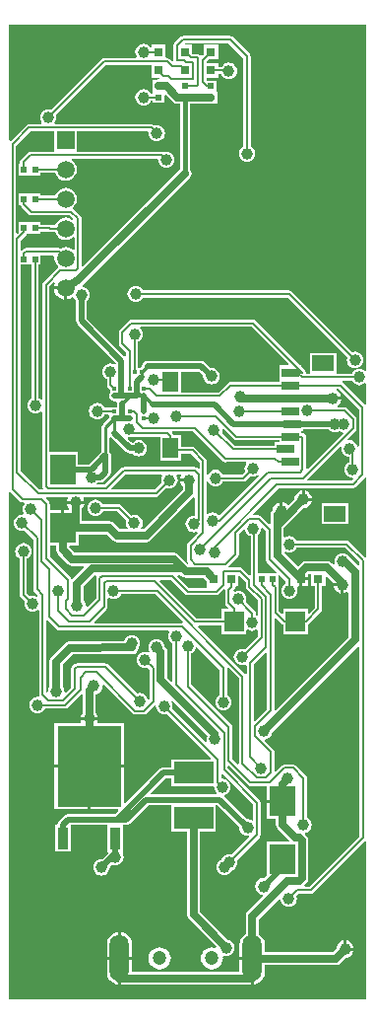
<source format=gbl>
G04 Layer_Physical_Order=2*
G04 Layer_Color=16711680*
%FSLAX24Y24*%
%MOIN*%
G70*
G01*
G75*
%ADD11R,0.0118X0.0118*%
%ADD15R,0.0118X0.0118*%
%ADD16R,0.0236X0.0197*%
%ADD23R,0.0197X0.0236*%
%ADD28C,0.0079*%
%ADD29C,0.0276*%
%ADD31C,0.0106*%
%ADD32C,0.0197*%
%ADD33C,0.0177*%
%ADD35C,0.0591*%
%ADD36R,0.0591X0.0591*%
%ADD37C,0.0472*%
%ADD38O,0.0650X0.1575*%
%ADD39C,0.0394*%
%ADD40R,0.0374X0.0748*%
%ADD41R,0.2165X0.2717*%
%ADD42R,0.0866X0.1024*%
%ADD43R,0.0315X0.0315*%
%ADD44R,0.0591X0.0315*%
%ADD45R,0.0748X0.0551*%
%ADD46R,0.0551X0.0709*%
%ADD47R,0.0669X0.0709*%
%ADD48R,0.1339X0.0748*%
G36*
X37343Y50522D02*
X37598D01*
X37602Y50517D01*
X37579Y50467D01*
X37494Y50450D01*
X37486Y50444D01*
X37361D01*
Y50259D01*
X37358Y50246D01*
X37361Y50233D01*
Y50048D01*
X37361D01*
X37382Y50030D01*
Y49973D01*
X37308D01*
X37301Y49991D01*
X37257Y50049D01*
X37199Y50093D01*
X37132Y50121D01*
X37060Y50130D01*
X36988Y50121D01*
X36921Y50093D01*
X36863Y50049D01*
X36819Y49991D01*
X36792Y49924D01*
X36782Y49852D01*
X36792Y49780D01*
X36819Y49713D01*
X36863Y49656D01*
X36921Y49612D01*
X36988Y49584D01*
X37060Y49574D01*
X37132Y49584D01*
X37199Y49612D01*
X37257Y49656D01*
X37301Y49713D01*
X37308Y49732D01*
X37382D01*
Y49675D01*
X37776D01*
Y49913D01*
X37822Y49932D01*
X38058Y49696D01*
X38129Y49648D01*
X38214Y49632D01*
X38304D01*
Y47427D01*
X35007Y44130D01*
X34960Y44149D01*
Y45760D01*
X34951Y45806D01*
X34925Y45845D01*
X34695Y46075D01*
X34683Y46083D01*
X34680Y46144D01*
X34686Y46149D01*
X34746Y46227D01*
X34784Y46318D01*
X34797Y46415D01*
X34784Y46513D01*
X34746Y46604D01*
X34686Y46682D01*
X34608Y46742D01*
X34517Y46780D01*
X34419Y46793D01*
X34322Y46780D01*
X34231Y46742D01*
X34153Y46682D01*
X34093Y46604D01*
X34064Y46536D01*
X33908D01*
X33908Y46536D01*
X33868Y46528D01*
X33573D01*
Y46604D01*
X33219D01*
X33219Y46604D01*
X33179D01*
Y46604D01*
X33168Y46604D01*
X32825D01*
Y46211D01*
X32887D01*
X32891Y46194D01*
X32917Y46155D01*
X33167Y45905D01*
X33167Y45905D01*
X33206Y45879D01*
X33252Y45870D01*
X34560D01*
X34680Y45750D01*
X34647Y45712D01*
X34608Y45742D01*
X34517Y45780D01*
X34419Y45793D01*
X34322Y45780D01*
X34231Y45742D01*
X34153Y45682D01*
X34093Y45604D01*
X34064Y45536D01*
X33949D01*
X33936Y45544D01*
X33890Y45553D01*
X33890Y45553D01*
X33573D01*
Y45630D01*
X33219D01*
Y45630D01*
X33179D01*
Y45630D01*
X32825D01*
Y45285D01*
X32787Y45247D01*
X32740Y45266D01*
Y48220D01*
X33230Y48710D01*
X34045D01*
Y48070D01*
X34045Y48041D01*
X34004Y48020D01*
X33222D01*
X33222Y48020D01*
X33176Y48011D01*
X33137Y47985D01*
X32917Y47765D01*
X32891Y47726D01*
X32882Y47680D01*
X32882Y47680D01*
Y47608D01*
X32825D01*
Y47215D01*
X33179D01*
Y47215D01*
X33219D01*
Y47215D01*
X33573D01*
Y47291D01*
X33900D01*
X33900Y47291D01*
X33920Y47295D01*
X34064D01*
X34093Y47227D01*
X34153Y47149D01*
X34231Y47089D01*
X34322Y47051D01*
X34419Y47038D01*
X34517Y47051D01*
X34608Y47089D01*
X34686Y47149D01*
X34746Y47227D01*
X34784Y47318D01*
X34797Y47415D01*
X34784Y47513D01*
X34746Y47604D01*
X34686Y47682D01*
X34624Y47730D01*
X34641Y47780D01*
X37519D01*
X37552Y47742D01*
X37552Y47740D01*
X37562Y47668D01*
X37589Y47601D01*
X37633Y47543D01*
X37691Y47499D01*
X37758Y47471D01*
X37830Y47462D01*
X37902Y47471D01*
X37969Y47499D01*
X38027Y47543D01*
X38071Y47601D01*
X38098Y47668D01*
X38108Y47740D01*
X38098Y47812D01*
X38071Y47879D01*
X38027Y47937D01*
X37969Y47981D01*
X37902Y48008D01*
X37830Y48018D01*
X37758Y48008D01*
X37735Y47999D01*
X37716Y48011D01*
X37670Y48020D01*
X37670Y48020D01*
X34835D01*
X34793Y48041D01*
X34793Y48070D01*
Y48710D01*
X37203D01*
X37236Y48672D01*
X37232Y48640D01*
X37241Y48568D01*
X37269Y48501D01*
X37313Y48443D01*
X37371Y48399D01*
X37438Y48372D01*
X37510Y48362D01*
X37582Y48372D01*
X37649Y48399D01*
X37707Y48443D01*
X37751Y48501D01*
X37778Y48568D01*
X37788Y48640D01*
X37778Y48712D01*
X37751Y48779D01*
X37707Y48837D01*
X37649Y48881D01*
X37582Y48909D01*
X37510Y48918D01*
X37438Y48909D01*
X37420Y48901D01*
X37405Y48915D01*
X37366Y48941D01*
X37320Y48950D01*
X37320Y48950D01*
X34072D01*
X34047Y49000D01*
X34071Y49031D01*
X34098Y49098D01*
X34108Y49170D01*
X34098Y49242D01*
X34091Y49261D01*
X35780Y50950D01*
X37343D01*
Y50522D01*
D02*
G37*
G36*
X44613Y49724D02*
Y40618D01*
X44579Y40602D01*
X44563Y40599D01*
X44509Y40641D01*
X44442Y40669D01*
X44370Y40678D01*
X44328Y40672D01*
X44315Y40721D01*
X44359Y40739D01*
X44417Y40783D01*
X44461Y40841D01*
X44489Y40908D01*
X44498Y40980D01*
X44489Y41052D01*
X44461Y41119D01*
X44417Y41177D01*
X44359Y41221D01*
X44292Y41248D01*
X44220Y41258D01*
X44148Y41248D01*
X44130Y41241D01*
X42075Y43295D01*
X42036Y43321D01*
X41990Y43330D01*
X41990Y43330D01*
X37040D01*
X37033Y43349D01*
X36989Y43407D01*
X36931Y43451D01*
X36864Y43478D01*
X36792Y43488D01*
X36720Y43478D01*
X36653Y43451D01*
X36595Y43407D01*
X36551Y43349D01*
X36523Y43282D01*
X36514Y43210D01*
X36523Y43138D01*
X36551Y43071D01*
X36595Y43013D01*
X36653Y42969D01*
X36720Y42941D01*
X36792Y42932D01*
X36864Y42941D01*
X36931Y42969D01*
X36989Y43013D01*
X37033Y43071D01*
X37040Y43090D01*
X41940D01*
X43959Y41070D01*
X43952Y41052D01*
X43942Y40980D01*
X43952Y40908D01*
X43979Y40841D01*
X44023Y40783D01*
X44081Y40739D01*
X44148Y40711D01*
X44220Y40702D01*
X44262Y40708D01*
X44275Y40659D01*
X44231Y40641D01*
X44173Y40597D01*
X44129Y40539D01*
X44122Y40520D01*
X43602D01*
Y41220D01*
X42697D01*
Y40520D01*
X42583D01*
X42555Y40555D01*
X42545Y40601D01*
X42519Y40640D01*
X42519Y40640D01*
X42402Y40758D01*
Y40791D01*
X42368D01*
X40854Y42306D01*
X40814Y42332D01*
X40768Y42341D01*
X40768Y42341D01*
X36640D01*
X36640Y42341D01*
X36594Y42332D01*
X36555Y42306D01*
X36555Y42306D01*
X36254Y42006D01*
X36228Y41967D01*
X36219Y41920D01*
X36219Y41920D01*
Y41525D01*
X36219Y41525D01*
X36228Y41479D01*
X36254Y41440D01*
X36464Y41230D01*
Y41119D01*
X36414Y41098D01*
X35141Y42372D01*
Y42971D01*
X35157Y42983D01*
X35201Y43041D01*
X35229Y43108D01*
X35238Y43180D01*
X35229Y43252D01*
X35201Y43319D01*
X35157Y43377D01*
X35099Y43421D01*
X35032Y43449D01*
X35008Y43452D01*
X34996Y43492D01*
X34996Y43504D01*
X35013Y43519D01*
X35036Y43535D01*
X38631Y47129D01*
X38678Y47201D01*
X38695Y47285D01*
X38678Y47370D01*
X38645Y47419D01*
Y49632D01*
X39350D01*
X39435Y49648D01*
X39443Y49654D01*
X39569D01*
Y49839D01*
X39571Y49852D01*
X39569Y49866D01*
Y50051D01*
X39569D01*
X39547Y50069D01*
Y50423D01*
X39193D01*
X39190Y50426D01*
Y50522D01*
X39587D01*
Y50637D01*
X39698D01*
X39709Y50611D01*
X39753Y50553D01*
X39811Y50509D01*
X39878Y50482D01*
X39950Y50472D01*
X40022Y50482D01*
X40089Y50509D01*
X40147Y50553D01*
X40191Y50611D01*
X40219Y50678D01*
X40228Y50750D01*
X40219Y50822D01*
X40191Y50889D01*
X40147Y50947D01*
X40089Y50991D01*
X40022Y51019D01*
X39950Y51028D01*
X39878Y51019D01*
X39811Y50991D01*
X39753Y50947D01*
X39709Y50889D01*
X39705Y50878D01*
X39587D01*
Y50994D01*
X39190D01*
Y51058D01*
X39284Y51152D01*
X39587D01*
Y51624D01*
X39114D01*
Y51322D01*
X39052Y51259D01*
X38989Y51267D01*
X38983Y51276D01*
X38944Y51302D01*
X38898Y51311D01*
X38711D01*
X38701Y51322D01*
Y51624D01*
X38490D01*
X38465Y51674D01*
X38476Y51690D01*
X39950D01*
X40450Y51190D01*
Y48201D01*
X40431Y48193D01*
X40373Y48149D01*
X40329Y48091D01*
X40301Y48024D01*
X40292Y47952D01*
X40301Y47880D01*
X40329Y47813D01*
X40373Y47756D01*
X40431Y47711D01*
X40498Y47684D01*
X40570Y47674D01*
X40642Y47684D01*
X40709Y47711D01*
X40767Y47756D01*
X40811Y47813D01*
X40838Y47880D01*
X40848Y47952D01*
X40838Y48024D01*
X40811Y48091D01*
X40767Y48149D01*
X40709Y48193D01*
X40690Y48201D01*
Y51240D01*
X40690Y51240D01*
X40681Y51286D01*
X40655Y51325D01*
X40655Y51325D01*
X40085Y51895D01*
X40046Y51921D01*
X40000Y51930D01*
X40000Y51930D01*
X38400D01*
X38400Y51930D01*
X38354Y51921D01*
X38315Y51895D01*
X38315Y51895D01*
X38104Y51684D01*
X38078Y51645D01*
X38069Y51599D01*
X38069Y51599D01*
Y51110D01*
X38072Y51094D01*
X38026Y51069D01*
X37940Y51155D01*
X37901Y51181D01*
X37855Y51190D01*
X37815Y51219D01*
Y51624D01*
X37343D01*
Y51550D01*
X37339Y51549D01*
X37293Y51537D01*
X37257Y51584D01*
X37199Y51629D01*
X37132Y51656D01*
X37060Y51666D01*
X36988Y51656D01*
X36921Y51629D01*
X36863Y51584D01*
X36819Y51527D01*
X36792Y51460D01*
X36782Y51388D01*
X36792Y51316D01*
X36819Y51249D01*
X36826Y51240D01*
X36801Y51190D01*
X35730D01*
X35730Y51190D01*
X35684Y51181D01*
X35645Y51155D01*
X35645Y51155D01*
X33921Y49431D01*
X33902Y49439D01*
X33830Y49448D01*
X33758Y49439D01*
X33691Y49411D01*
X33633Y49367D01*
X33589Y49309D01*
X33561Y49242D01*
X33552Y49170D01*
X33561Y49098D01*
X33589Y49031D01*
X33613Y49000D01*
X33588Y48950D01*
X33180D01*
X33180Y48950D01*
X33134Y48941D01*
X33095Y48915D01*
X33095Y48915D01*
X32553Y48374D01*
X32503Y48394D01*
Y52310D01*
X44613D01*
Y49724D01*
D02*
G37*
G36*
X33862Y45304D02*
X33908Y45295D01*
X33908Y45295D01*
X34064D01*
X34093Y45227D01*
X34153Y45149D01*
X34231Y45089D01*
X34322Y45051D01*
X34419Y45038D01*
X34517Y45051D01*
X34608Y45089D01*
X34670Y45136D01*
X34720Y45114D01*
Y44716D01*
X34670Y44695D01*
X34608Y44742D01*
X34517Y44780D01*
X34419Y44793D01*
X34322Y44780D01*
X34245Y44748D01*
X34241Y44751D01*
X34195Y44760D01*
X34195Y44760D01*
X33082D01*
X33036Y44751D01*
X32997Y44725D01*
X32950Y44679D01*
X32900Y44699D01*
Y45020D01*
X33087Y45207D01*
X33107Y45236D01*
X33179D01*
Y45236D01*
X33219D01*
Y45236D01*
X33573D01*
Y45313D01*
X33849D01*
X33862Y45304D01*
D02*
G37*
G36*
X33275Y39688D02*
X33257Y39680D01*
X33199Y39636D01*
X33155Y39578D01*
X33127Y39511D01*
X33118Y39439D01*
X33127Y39367D01*
X33155Y39300D01*
X33199Y39243D01*
X33257Y39198D01*
X33324Y39171D01*
X33396Y39161D01*
X33468Y39171D01*
X33535Y39198D01*
X33590Y39241D01*
X33602Y39239D01*
X33640Y39222D01*
Y36720D01*
X33640Y36720D01*
X33649Y36674D01*
X33669Y36644D01*
X33652Y36594D01*
X33546D01*
X32900Y37240D01*
Y44193D01*
X33179D01*
Y44193D01*
X33219D01*
Y44193D01*
X33275D01*
Y39688D01*
D02*
G37*
G36*
X34059Y43578D02*
X34034Y43519D01*
X34027Y43465D01*
X34419D01*
Y43415D01*
X34469D01*
Y43023D01*
X34522Y43030D01*
X34619Y43070D01*
X34645Y43091D01*
X34706Y43074D01*
X34719Y43041D01*
X34763Y42983D01*
X34779Y42971D01*
Y42297D01*
X34793Y42228D01*
X34832Y42169D01*
X36121Y40881D01*
X36117Y40854D01*
X36104Y40843D01*
X36066Y40826D01*
X36012Y40848D01*
X35940Y40858D01*
X35868Y40848D01*
X35801Y40821D01*
X35743Y40777D01*
X35699Y40719D01*
X35672Y40652D01*
X35662Y40580D01*
X35672Y40508D01*
X35699Y40441D01*
X35743Y40383D01*
X35801Y40339D01*
X35820Y40332D01*
Y40133D01*
X35820Y40133D01*
X35829Y40087D01*
X35855Y40048D01*
X35935Y39967D01*
Y39876D01*
X35906Y39833D01*
X35892Y39764D01*
X35906Y39695D01*
X35935Y39651D01*
Y39626D01*
X35960D01*
X36004Y39597D01*
X36073Y39583D01*
X36133D01*
X36164Y39544D01*
X36159Y39519D01*
Y39390D01*
X35935D01*
Y39372D01*
X35738D01*
X35731Y39391D01*
X35687Y39449D01*
X35629Y39493D01*
X35562Y39520D01*
X35490Y39530D01*
X35418Y39520D01*
X35351Y39493D01*
X35293Y39449D01*
X35249Y39391D01*
X35222Y39324D01*
X35212Y39252D01*
X35222Y39180D01*
X35249Y39113D01*
X35293Y39055D01*
X35351Y39011D01*
X35418Y38983D01*
X35490Y38974D01*
X35562Y38983D01*
X35629Y39011D01*
X35687Y39055D01*
X35731Y39113D01*
X35738Y39132D01*
X35877D01*
X35905Y39086D01*
X35905Y39082D01*
X35895Y39028D01*
X35685Y38818D01*
X35656Y38774D01*
X35646Y38723D01*
Y37881D01*
X35219Y37454D01*
X34833D01*
Y37864D01*
X33880D01*
Y43470D01*
X34016Y43606D01*
X34059Y43578D01*
D02*
G37*
G36*
X41981Y40838D02*
X41962Y40791D01*
X41654D01*
Y40242D01*
X40002D01*
X40002Y40242D01*
X39956Y40233D01*
X39917Y40207D01*
X39590Y39880D01*
X38327D01*
Y40589D01*
X38941D01*
X39085Y40446D01*
X39082Y40426D01*
X39091Y40354D01*
X39119Y40287D01*
X39163Y40229D01*
X39221Y40185D01*
X39288Y40157D01*
X39360Y40148D01*
X39432Y40157D01*
X39499Y40185D01*
X39557Y40229D01*
X39601Y40287D01*
X39629Y40354D01*
X39638Y40426D01*
X39629Y40498D01*
X39601Y40565D01*
X39557Y40622D01*
X39499Y40667D01*
X39432Y40694D01*
X39360Y40704D01*
X39340Y40701D01*
X39144Y40898D01*
X39085Y40937D01*
X39016Y40951D01*
X37187D01*
X37118Y40937D01*
X37060Y40898D01*
X37020Y40839D01*
X37009Y40782D01*
X36946Y40718D01*
X36882D01*
Y41592D01*
X36901Y41599D01*
X36958Y41643D01*
X37003Y41701D01*
X37030Y41768D01*
X37040Y41840D01*
X37030Y41912D01*
X37003Y41979D01*
X36958Y42037D01*
X36940Y42050D01*
X36957Y42100D01*
X40719D01*
X41981Y40838D01*
D02*
G37*
G36*
X34049Y44470D02*
X34042Y44415D01*
X34055Y44318D01*
X34093Y44227D01*
X34153Y44149D01*
X34156Y44146D01*
X34155Y44085D01*
X34154Y44084D01*
X33675Y43605D01*
X33649Y43566D01*
X33640Y43520D01*
X33640Y43520D01*
Y39656D01*
X33602Y39640D01*
X33590Y39638D01*
X33535Y39680D01*
X33516Y39688D01*
Y44193D01*
X33573D01*
Y44520D01*
X34005D01*
X34049Y44470D01*
D02*
G37*
G36*
X44129Y40261D02*
X44173Y40203D01*
X44231Y40159D01*
X44298Y40132D01*
X44370Y40122D01*
X44442Y40132D01*
X44509Y40159D01*
X44563Y40201D01*
X44579Y40198D01*
X44613Y40182D01*
Y39474D01*
X44573Y39458D01*
X44563Y39457D01*
X43813Y40207D01*
X43809Y40270D01*
X43816Y40280D01*
X44122D01*
X44129Y40261D01*
D02*
G37*
G36*
X36720Y38380D02*
X36720Y38380D01*
X37618D01*
Y37559D01*
X38327D01*
Y37810D01*
X38670D01*
X38960Y37520D01*
Y37316D01*
X38913Y37297D01*
X38885Y37325D01*
X38846Y37351D01*
X38800Y37360D01*
X38800Y37360D01*
X36400D01*
X36354Y37351D01*
X36315Y37325D01*
X35750Y36760D01*
X35497D01*
X35479Y36807D01*
X35506Y36839D01*
X35610D01*
X35679Y36853D01*
X35738Y36892D01*
X35908Y37062D01*
X35947Y37121D01*
X35961Y37190D01*
Y37760D01*
X35947Y37829D01*
X35914Y37878D01*
Y38348D01*
X35964Y38368D01*
X36467Y37866D01*
X36526Y37826D01*
X36595Y37813D01*
X36691D01*
X36703Y37797D01*
X36761Y37753D01*
X36828Y37725D01*
X36900Y37715D01*
X36972Y37725D01*
X37039Y37753D01*
X37097Y37797D01*
X37141Y37854D01*
X37169Y37921D01*
X37178Y37993D01*
X37169Y38065D01*
X37141Y38132D01*
X37097Y38190D01*
X37039Y38234D01*
X36972Y38262D01*
X36900Y38271D01*
X36828Y38262D01*
X36761Y38234D01*
X36703Y38190D01*
X36649Y38195D01*
X36525Y38319D01*
X36548Y38366D01*
X36580Y38362D01*
X36652Y38372D01*
X36687Y38386D01*
X36720Y38380D01*
D02*
G37*
G36*
X40120Y38305D02*
X40159Y38279D01*
X40205Y38269D01*
X40205Y38269D01*
X41654D01*
Y38193D01*
X41496D01*
Y38077D01*
X40153D01*
X39711Y38519D01*
X39718Y38538D01*
X39728Y38610D01*
X39726Y38628D01*
X39773Y38651D01*
X40120Y38305D01*
D02*
G37*
G36*
X44360Y39320D02*
Y38057D01*
X44310Y38054D01*
X44309Y38062D01*
X44281Y38129D01*
X44237Y38187D01*
X44179Y38231D01*
X44112Y38259D01*
X44040Y38268D01*
X44004Y38263D01*
X43981Y38311D01*
X44245Y38575D01*
X44271Y38614D01*
X44280Y38660D01*
X44280Y38660D01*
Y38980D01*
X44280Y38980D01*
X44271Y39026D01*
X44245Y39065D01*
X43955Y39355D01*
X43916Y39381D01*
X43870Y39390D01*
X43870Y39390D01*
X43641D01*
X43624Y39440D01*
X43672Y39477D01*
X43719Y39539D01*
X43749Y39611D01*
X43753Y39639D01*
X43460D01*
Y39739D01*
X43753D01*
X43749Y39766D01*
X43719Y39839D01*
X43672Y39901D01*
X43610Y39948D01*
X43602Y39952D01*
X43612Y40002D01*
X43678D01*
X44360Y39320D01*
D02*
G37*
G36*
X43348Y38626D02*
X43406Y38582D01*
X43473Y38554D01*
X43545Y38545D01*
X43617Y38554D01*
X43684Y38582D01*
X43692Y38588D01*
X43700Y38582D01*
X43767Y38554D01*
X43808Y38549D01*
X43826Y38496D01*
X42620Y37291D01*
X42570Y37311D01*
Y38390D01*
X42561Y38436D01*
X42535Y38475D01*
X42496Y38501D01*
X42450Y38510D01*
X42402D01*
Y38587D01*
X42480D01*
Y38642D01*
X43336D01*
X43348Y38626D01*
D02*
G37*
G36*
X39752Y37552D02*
X39791Y37526D01*
X39837Y37517D01*
X39884Y37526D01*
X39889Y37530D01*
X40518D01*
X40543Y37480D01*
X40519Y37449D01*
X40491Y37382D01*
X40482Y37310D01*
X40491Y37238D01*
X40499Y37220D01*
X40390Y37110D01*
X39748D01*
X39741Y37129D01*
X39697Y37187D01*
X39639Y37231D01*
X39572Y37259D01*
X39500Y37268D01*
X39428Y37259D01*
X39361Y37231D01*
X39303Y37187D01*
X39259Y37129D01*
X39250Y37108D01*
X39200Y37118D01*
Y37570D01*
X39200Y37570D01*
X39191Y37616D01*
X39165Y37655D01*
X38805Y38015D01*
X38766Y38041D01*
X38720Y38050D01*
X38720Y38050D01*
X38327D01*
Y38425D01*
X38088D01*
X38084Y38446D01*
X38058Y38485D01*
X38058Y38485D01*
X38027Y38516D01*
X38046Y38562D01*
X38743D01*
X39752Y37552D01*
D02*
G37*
G36*
X40972Y37062D02*
X39649Y35740D01*
X39599Y35743D01*
X39597Y35747D01*
X39539Y35791D01*
X39472Y35819D01*
X39400Y35828D01*
X39328Y35819D01*
X39261Y35791D01*
X39250Y35783D01*
X39200Y35807D01*
Y36862D01*
X39250Y36872D01*
X39259Y36851D01*
X39303Y36793D01*
X39361Y36749D01*
X39428Y36721D01*
X39500Y36712D01*
X39572Y36721D01*
X39639Y36749D01*
X39697Y36793D01*
X39741Y36851D01*
X39748Y36870D01*
X40440D01*
X40440Y36870D01*
X40486Y36879D01*
X40525Y36905D01*
X40669Y37049D01*
X40688Y37041D01*
X40760Y37032D01*
X40832Y37041D01*
X40899Y37069D01*
X40938Y37100D01*
X40972Y37062D01*
D02*
G37*
G36*
X43767Y38026D02*
X43762Y37990D01*
X43772Y37918D01*
X43799Y37851D01*
X43843Y37793D01*
X43901Y37749D01*
X43968Y37722D01*
X44020Y37715D01*
Y37528D01*
X44001Y37521D01*
X43943Y37477D01*
X43899Y37419D01*
X43871Y37352D01*
X43862Y37280D01*
X43871Y37208D01*
X43899Y37141D01*
X43943Y37083D01*
X44001Y37039D01*
X44068Y37011D01*
X44140Y37002D01*
X44147Y37003D01*
X44170Y36956D01*
X44110Y36896D01*
X42631D01*
X42612Y36942D01*
X43719Y38049D01*
X43767Y38026D01*
D02*
G37*
G36*
X44573Y37007D02*
X44613Y36991D01*
Y34326D01*
X44611Y34324D01*
X44563Y34307D01*
X44035Y34835D01*
X43996Y34861D01*
X43950Y34870D01*
X43950Y34870D01*
X42248D01*
X42241Y34889D01*
X42197Y34947D01*
X42139Y34991D01*
X42072Y35018D01*
X42000Y35028D01*
X41928Y35018D01*
X41861Y34991D01*
X41852Y34984D01*
X41807Y35006D01*
Y35295D01*
X42485Y35973D01*
X42547Y35981D01*
X42620Y36011D01*
X42682Y36058D01*
X42729Y36120D01*
X42759Y36193D01*
X42763Y36220D01*
X42470D01*
Y36270D01*
X42420D01*
Y36563D01*
X42393Y36559D01*
X42320Y36529D01*
X42258Y36482D01*
X42211Y36420D01*
X42181Y36347D01*
X42173Y36285D01*
X41977Y36089D01*
X41942Y36092D01*
X41880Y36139D01*
X41807Y36169D01*
X41780Y36173D01*
Y35880D01*
X41680D01*
Y36173D01*
X41653Y36169D01*
X41580Y36139D01*
X41518Y36092D01*
X41471Y36030D01*
X41441Y35957D01*
X41433Y35895D01*
X41430Y35893D01*
X41383Y35821D01*
X41366Y35737D01*
Y35445D01*
X41316Y35424D01*
X41045Y35695D01*
X41006Y35721D01*
X40960Y35730D01*
X40960Y35730D01*
X40771D01*
X40752Y35777D01*
X41630Y36655D01*
X44160D01*
X44160Y36655D01*
X44206Y36664D01*
X44245Y36690D01*
X44563Y37008D01*
X44573Y37007D01*
D02*
G37*
G36*
X38349Y37075D02*
X38345Y37070D01*
X38315Y36997D01*
X38312Y36970D01*
X38605D01*
Y36870D01*
X38312D01*
X38315Y36843D01*
X38345Y36770D01*
X38384Y36720D01*
Y36585D01*
X37063Y35263D01*
X37003D01*
X36981Y35308D01*
X36991Y35321D01*
X37018Y35388D01*
X37028Y35460D01*
X37018Y35532D01*
X36991Y35599D01*
X36947Y35657D01*
X36889Y35701D01*
X36822Y35728D01*
X36750Y35738D01*
X36678Y35728D01*
X36660Y35721D01*
X36315Y36065D01*
X36276Y36091D01*
X36230Y36100D01*
X36230Y36100D01*
X35688D01*
X35681Y36119D01*
X35637Y36177D01*
X35579Y36221D01*
X35512Y36249D01*
X35440Y36258D01*
X35368Y36249D01*
X35301Y36221D01*
X35243Y36177D01*
X35199Y36119D01*
X35171Y36052D01*
X35162Y35980D01*
X35171Y35908D01*
X35199Y35841D01*
X35243Y35783D01*
X35301Y35739D01*
X35368Y35712D01*
X35440Y35702D01*
X35512Y35712D01*
X35579Y35739D01*
X35637Y35783D01*
X35681Y35841D01*
X35688Y35860D01*
X36180D01*
X36489Y35550D01*
X36481Y35532D01*
X36472Y35460D01*
X36481Y35388D01*
X36509Y35321D01*
X36519Y35308D01*
X36497Y35263D01*
X36267D01*
X36069Y35461D01*
X35997Y35509D01*
X35913Y35526D01*
X34981D01*
Y35959D01*
X35019Y36009D01*
X35049Y36081D01*
X35053Y36109D01*
X34467D01*
X34471Y36081D01*
X34501Y36009D01*
X34533Y35967D01*
X34520Y35917D01*
X34371D01*
Y35305D01*
X34271D01*
Y35917D01*
X33890D01*
Y36110D01*
X33881Y36156D01*
X33855Y36195D01*
X33855Y36195D01*
X33743Y36307D01*
X33762Y36353D01*
X34479D01*
X34485Y36341D01*
X34499Y36303D01*
X34471Y36236D01*
X34467Y36209D01*
X35053D01*
X35049Y36236D01*
X35021Y36303D01*
X35035Y36341D01*
X35041Y36353D01*
X37494D01*
X37494Y36353D01*
X37540Y36363D01*
X37579Y36389D01*
X37850Y36659D01*
X37868Y36651D01*
X37940Y36642D01*
X38012Y36651D01*
X38079Y36679D01*
X38137Y36723D01*
X38181Y36781D01*
X38208Y36848D01*
X38218Y36920D01*
X38208Y36992D01*
X38181Y37059D01*
X38173Y37070D01*
X38197Y37120D01*
X38327D01*
X38349Y37075D01*
D02*
G37*
G36*
X37707Y37070D02*
X37699Y37059D01*
X37671Y36992D01*
X37662Y36920D01*
X37671Y36848D01*
X37679Y36830D01*
X37444Y36594D01*
X35990D01*
X35971Y36640D01*
X36450Y37120D01*
X37683D01*
X37707Y37070D01*
D02*
G37*
G36*
X32875Y36195D02*
X32875Y36195D01*
X32914Y36169D01*
X32960Y36160D01*
X32960Y36160D01*
X32998D01*
X33023Y36110D01*
X32999Y36079D01*
X32971Y36012D01*
X32962Y35940D01*
X32971Y35868D01*
X32999Y35801D01*
X33007Y35791D01*
X32980Y35744D01*
X32950Y35748D01*
X32878Y35738D01*
X32811Y35711D01*
X32753Y35667D01*
X32709Y35609D01*
X32682Y35542D01*
X32672Y35470D01*
X32682Y35398D01*
X32709Y35331D01*
X32753Y35273D01*
X32811Y35229D01*
X32878Y35201D01*
X32950Y35192D01*
X33022Y35201D01*
X33040Y35209D01*
X33334Y34915D01*
Y33225D01*
X33334Y33225D01*
X33343Y33179D01*
X33370Y33140D01*
X33497Y33012D01*
X33495Y33001D01*
X33441Y32980D01*
X33439Y32981D01*
X33372Y33008D01*
X33300Y33018D01*
X33228Y33008D01*
X33210Y33001D01*
X33110Y33100D01*
Y34267D01*
X33129Y34275D01*
X33187Y34319D01*
X33231Y34377D01*
X33259Y34444D01*
X33268Y34516D01*
X33259Y34588D01*
X33231Y34655D01*
X33187Y34712D01*
X33129Y34756D01*
X33062Y34784D01*
X32990Y34794D01*
X32918Y34784D01*
X32851Y34756D01*
X32793Y34712D01*
X32749Y34655D01*
X32722Y34588D01*
X32712Y34516D01*
X32722Y34444D01*
X32749Y34377D01*
X32793Y34319D01*
X32851Y34275D01*
X32870Y34267D01*
Y33050D01*
X32870Y33050D01*
X32879Y33004D01*
X32905Y32965D01*
X33039Y32831D01*
X33031Y32812D01*
X33022Y32740D01*
X33031Y32668D01*
X33059Y32601D01*
X33103Y32543D01*
X33161Y32499D01*
X33228Y32471D01*
X33300Y32462D01*
X33372Y32471D01*
X33439Y32499D01*
X33480Y32530D01*
X33530Y32508D01*
Y29660D01*
X33530Y29660D01*
X33534Y29638D01*
X33499Y29594D01*
X33496Y29592D01*
X33472Y29596D01*
X33400Y29586D01*
X33333Y29558D01*
X33276Y29514D01*
X33232Y29457D01*
X33204Y29390D01*
X33194Y29318D01*
X33204Y29246D01*
X33232Y29179D01*
X33276Y29121D01*
X33333Y29077D01*
X33400Y29049D01*
X33472Y29040D01*
X33544Y29049D01*
X33611Y29077D01*
X33669Y29121D01*
X33713Y29179D01*
X33721Y29197D01*
X34408D01*
X34408Y29197D01*
X34454Y29206D01*
X34493Y29232D01*
X34950Y29689D01*
X34996Y29670D01*
Y29055D01*
X34961Y29010D01*
X34931Y28937D01*
X34927Y28910D01*
X35513D01*
X35509Y28937D01*
X35479Y29010D01*
X35437Y29064D01*
Y29676D01*
X35454Y29678D01*
X35526Y29708D01*
X35588Y29756D01*
X35636Y29818D01*
X35666Y29890D01*
X35676Y29968D01*
X35676Y29968D01*
X35723Y29991D01*
X36680Y29035D01*
X36680Y29035D01*
X36719Y29009D01*
X36765Y29000D01*
X37073D01*
X37073Y29000D01*
X37119Y29009D01*
X37158Y29035D01*
X37434Y29311D01*
X37477Y29292D01*
X37482Y29288D01*
X37492Y29218D01*
X37519Y29151D01*
X37563Y29093D01*
X37621Y29049D01*
X37688Y29021D01*
X37760Y29012D01*
X37832Y29021D01*
X37850Y29029D01*
X39344Y27536D01*
X39325Y27490D01*
X38012D01*
Y27218D01*
X37747D01*
X37678Y27204D01*
X37619Y27165D01*
X36445Y25991D01*
X36399Y26010D01*
Y27204D01*
X35267D01*
Y25796D01*
X36185D01*
X36204Y25749D01*
X36085Y25631D01*
X34489D01*
X34420Y25617D01*
X34361Y25578D01*
X34191Y25408D01*
X34152Y25349D01*
X34138Y25280D01*
Y25266D01*
X34053D01*
Y24360D01*
X34585D01*
Y25266D01*
X34633Y25269D01*
X35800D01*
X35848Y25266D01*
X35848Y25219D01*
Y24360D01*
X35848D01*
X35862Y24310D01*
X35859Y24305D01*
X35660Y24105D01*
X35640Y24108D01*
X35568Y24098D01*
X35501Y24070D01*
X35443Y24026D01*
X35399Y23969D01*
X35371Y23902D01*
X35362Y23830D01*
X35371Y23758D01*
X35399Y23691D01*
X35443Y23633D01*
X35501Y23589D01*
X35568Y23561D01*
X35640Y23552D01*
X35712Y23561D01*
X35779Y23589D01*
X35836Y23633D01*
X35880Y23691D01*
X35908Y23758D01*
X35918Y23830D01*
X35915Y23850D01*
X36002Y23936D01*
X36038Y23921D01*
X36110Y23912D01*
X36182Y23921D01*
X36249Y23949D01*
X36307Y23993D01*
X36351Y24051D01*
X36379Y24118D01*
X36388Y24190D01*
X36379Y24262D01*
X36358Y24310D01*
X36380Y24360D01*
X36380D01*
Y25219D01*
X36380Y25266D01*
X36428Y25269D01*
X36480D01*
X36549Y25283D01*
X36608Y25322D01*
X37225Y25939D01*
X38012D01*
Y25049D01*
X38539D01*
Y22232D01*
X38556Y22148D01*
X38604Y22076D01*
X39522Y21158D01*
X39493Y21116D01*
X39478Y21122D01*
X39380Y21135D01*
X39282Y21122D01*
X39191Y21085D01*
X39113Y21025D01*
X39053Y20947D01*
X39016Y20856D01*
X39003Y20758D01*
X39016Y20660D01*
X39053Y20569D01*
X39113Y20491D01*
X39191Y20431D01*
X39282Y20393D01*
X39380Y20381D01*
X39478Y20393D01*
X39569Y20431D01*
X39647Y20491D01*
X39707Y20569D01*
X39744Y20660D01*
X39757Y20758D01*
X39749Y20818D01*
X39795Y20854D01*
X39800Y20852D01*
X39872Y20842D01*
X39944Y20852D01*
X40011Y20879D01*
X40069Y20923D01*
X40113Y20981D01*
X40141Y21048D01*
X40150Y21120D01*
X40141Y21192D01*
X40113Y21259D01*
X40069Y21317D01*
X40011Y21361D01*
X39944Y21388D01*
X39911Y21393D01*
X38980Y22324D01*
Y25049D01*
X39508D01*
Y25939D01*
X39575D01*
X40309Y25206D01*
X40306Y25186D01*
X40316Y25114D01*
X40344Y25047D01*
X40388Y24989D01*
X40445Y24945D01*
X40512Y24917D01*
X40584Y24908D01*
X40633Y24914D01*
X40656Y24867D01*
X40047Y24257D01*
X40028Y24265D01*
X39956Y24274D01*
X39884Y24265D01*
X39817Y24237D01*
X39760Y24193D01*
X39715Y24135D01*
X39699Y24097D01*
X39661Y24081D01*
X39603Y24037D01*
X39559Y23979D01*
X39532Y23912D01*
X39522Y23840D01*
X39532Y23768D01*
X39559Y23701D01*
X39603Y23643D01*
X39661Y23599D01*
X39728Y23572D01*
X39800Y23562D01*
X39872Y23572D01*
X39939Y23599D01*
X39997Y23643D01*
X40041Y23701D01*
X40057Y23739D01*
X40095Y23755D01*
X40153Y23800D01*
X40197Y23857D01*
X40225Y23924D01*
X40234Y23996D01*
X40225Y24068D01*
X40217Y24087D01*
X40985Y24855D01*
X40985Y24855D01*
X41011Y24894D01*
X41020Y24940D01*
Y26020D01*
X41020Y26020D01*
X41011Y26066D01*
X40985Y26105D01*
X40985Y26105D01*
X39905Y27185D01*
Y27246D01*
X39952Y27265D01*
X40595Y26622D01*
X40634Y26596D01*
X40680Y26587D01*
X40680Y26587D01*
X41229D01*
Y26123D01*
X41762D01*
Y26023D01*
X41229D01*
Y25461D01*
X41541D01*
Y25280D01*
X41558Y25196D01*
X41606Y25124D01*
X41989Y24741D01*
X41969Y24695D01*
X41250D01*
Y23575D01*
X41140Y23465D01*
X41120Y23468D01*
X41048Y23458D01*
X40981Y23431D01*
X40923Y23387D01*
X40879Y23329D01*
X40851Y23262D01*
X40842Y23190D01*
X40851Y23118D01*
X40879Y23051D01*
X40923Y22993D01*
X40981Y22949D01*
X41048Y22922D01*
X41102Y22914D01*
X41123Y22865D01*
X40582Y22324D01*
X40534Y22253D01*
X40517Y22168D01*
Y21587D01*
X40435Y21523D01*
X40367Y21435D01*
X40324Y21331D01*
X40310Y21220D01*
Y20808D01*
X40738D01*
Y20758D01*
X40788D01*
Y19873D01*
X40849Y19881D01*
X40952Y19924D01*
X41041Y19992D01*
X41109Y20081D01*
X41152Y20184D01*
X41167Y20295D01*
Y20529D01*
X43570D01*
X43654Y20546D01*
X43726Y20594D01*
X43905Y20773D01*
X43967Y20781D01*
X44040Y20811D01*
X44102Y20858D01*
X44149Y20920D01*
X44179Y20993D01*
X44183Y21020D01*
X43890D01*
Y21070D01*
X43840D01*
Y21363D01*
X43813Y21359D01*
X43740Y21329D01*
X43678Y21282D01*
X43631Y21220D01*
X43601Y21147D01*
X43593Y21085D01*
X43479Y20971D01*
X41167D01*
Y21220D01*
X41152Y21331D01*
X41109Y21435D01*
X41041Y21523D01*
X40959Y21587D01*
Y22077D01*
X41651Y22769D01*
X41704Y22751D01*
X41709Y22713D01*
X41737Y22646D01*
X41781Y22589D01*
X41839Y22545D01*
X41906Y22517D01*
X41978Y22507D01*
X42049Y22517D01*
X42117Y22545D01*
X42174Y22589D01*
X42218Y22646D01*
X42246Y22713D01*
X42256Y22785D01*
X42246Y22857D01*
X42238Y22876D01*
X42309Y22947D01*
X42720D01*
X42720Y22947D01*
X42767Y22956D01*
X42806Y22982D01*
X44563Y24739D01*
X44611Y24722D01*
X44613Y24721D01*
Y19364D01*
X32503D01*
Y20128D01*
Y36496D01*
X32553Y36516D01*
X32875Y36195D01*
D02*
G37*
G36*
X38800Y36310D02*
Y35741D01*
X38762Y35708D01*
X38760Y35708D01*
X38688Y35698D01*
X38621Y35671D01*
X38563Y35627D01*
X38519Y35569D01*
X38491Y35502D01*
X38482Y35430D01*
X38491Y35358D01*
X38519Y35291D01*
X38563Y35233D01*
X38621Y35189D01*
X38688Y35161D01*
X38760Y35152D01*
X38832Y35161D01*
X38879Y35181D01*
X38907Y35139D01*
X38570Y34801D01*
X38544Y34762D01*
X38535Y34716D01*
X38535Y34716D01*
Y34230D01*
X38535Y34230D01*
X38544Y34184D01*
X38570Y34145D01*
X38577Y34138D01*
X38560Y34084D01*
X38559Y34084D01*
X38247Y34396D01*
X38175Y34444D01*
X38091Y34461D01*
X34732D01*
X34550Y34643D01*
X34561Y34693D01*
X34854D01*
Y35084D01*
X35821D01*
X36019Y34887D01*
X36091Y34839D01*
X36175Y34822D01*
X37154D01*
X37239Y34839D01*
X37310Y34887D01*
X38750Y36326D01*
X38800Y36310D01*
D02*
G37*
G36*
X44370Y34160D02*
Y34048D01*
X44323Y34029D01*
X44036Y34316D01*
X44034Y34317D01*
X43997Y34367D01*
X43939Y34411D01*
X43872Y34439D01*
X43800Y34448D01*
X43728Y34439D01*
X43661Y34411D01*
X43603Y34367D01*
X43559Y34309D01*
X43531Y34242D01*
X43522Y34170D01*
X43531Y34098D01*
X43536Y34087D01*
X43494Y34058D01*
X43436Y34116D01*
X43364Y34164D01*
X43280Y34181D01*
X42560D01*
X42476Y34164D01*
X42404Y34116D01*
X42287Y33999D01*
X41835Y34452D01*
X41838Y34467D01*
X41893Y34496D01*
X41928Y34481D01*
X42000Y34472D01*
X42072Y34481D01*
X42139Y34509D01*
X42197Y34553D01*
X42241Y34611D01*
X42248Y34630D01*
X43900D01*
X44370Y34160D01*
D02*
G37*
G36*
X41200Y35200D02*
Y34240D01*
X41200Y34240D01*
X41209Y34194D01*
X41235Y34155D01*
X41580Y33810D01*
X41559Y33760D01*
X41270D01*
Y33760D01*
X41230D01*
Y33760D01*
X40925D01*
Y35062D01*
X40967Y35093D01*
X41011Y35151D01*
X41038Y35218D01*
X41047Y35282D01*
X41091Y35309D01*
X41200Y35200D01*
D02*
G37*
G36*
X40500Y35229D02*
X40501Y35218D01*
X40529Y35151D01*
X40573Y35093D01*
X40631Y35049D01*
X40685Y35027D01*
Y33721D01*
X40638Y33702D01*
X40405Y33935D01*
X40366Y33961D01*
X40320Y33970D01*
X40320Y33970D01*
X39961D01*
X39941Y34020D01*
X40255Y34335D01*
X40281Y34374D01*
X40290Y34420D01*
Y35090D01*
X40447Y35247D01*
X40500Y35229D01*
D02*
G37*
G36*
X34100Y34560D02*
X34117Y34476D01*
X34165Y34404D01*
X34485Y34084D01*
X34556Y34036D01*
X34641Y34019D01*
X35029D01*
X35048Y33973D01*
X34662Y33587D01*
X34637Y33586D01*
X34628Y33588D01*
X34605Y33595D01*
X34585Y33625D01*
X34585Y33625D01*
X33890Y34320D01*
Y34693D01*
X34100D01*
Y34560D01*
D02*
G37*
G36*
X38346Y33673D02*
X38417Y33625D01*
X38502Y33608D01*
X39101D01*
X39191Y33518D01*
Y33315D01*
X39191D01*
X39179Y33270D01*
X38608D01*
X38214Y33665D01*
X38233Y33711D01*
X38308D01*
X38346Y33673D01*
D02*
G37*
G36*
X42746Y33346D02*
X42862D01*
Y32608D01*
X42664Y32410D01*
X42618Y32430D01*
Y32569D01*
X41791D01*
Y32420D01*
X41745Y32401D01*
X41648Y32498D01*
Y33293D01*
X41642Y33323D01*
X41639Y33339D01*
X41624Y33366D01*
X41624D01*
X41624Y33366D01*
Y33695D01*
X41674Y33716D01*
X41880Y33510D01*
Y33428D01*
X41861Y33421D01*
X41803Y33377D01*
X41759Y33319D01*
X41732Y33252D01*
X41722Y33180D01*
X41732Y33108D01*
X41759Y33041D01*
X41803Y32983D01*
X41861Y32939D01*
X41928Y32912D01*
X42000Y32902D01*
X42072Y32912D01*
X42139Y32939D01*
X42197Y32983D01*
X42241Y33041D01*
X42269Y33108D01*
X42278Y33180D01*
X42269Y33252D01*
X42259Y33275D01*
X42292Y33325D01*
X42342D01*
Y33583D01*
X42392D01*
Y33633D01*
X42649D01*
Y33737D01*
X42651Y33739D01*
X42746D01*
Y33346D01*
D02*
G37*
G36*
X38396Y32131D02*
X38371Y32085D01*
X38363Y32087D01*
X38363Y32087D01*
X35412D01*
X35393Y32133D01*
X35815Y32555D01*
X35815Y32555D01*
X35841Y32594D01*
X35850Y32640D01*
X35850Y32640D01*
Y32923D01*
X35900Y32947D01*
X35911Y32939D01*
X35978Y32912D01*
X36050Y32902D01*
X36122Y32912D01*
X36189Y32939D01*
X36247Y32983D01*
X36291Y33041D01*
X36298Y33060D01*
X37468D01*
X38396Y32131D01*
D02*
G37*
G36*
X35444Y33697D02*
X35467Y33651D01*
X35461Y33644D01*
X35452Y33597D01*
X35452Y33597D01*
Y32932D01*
X35157Y32637D01*
X35109Y32660D01*
X35099Y32737D01*
X35069Y32810D01*
X35031Y32860D01*
Y33331D01*
X35401Y33701D01*
X35444Y33697D01*
D02*
G37*
G36*
X40520Y33480D02*
Y33316D01*
X40520Y33316D01*
X40529Y33270D01*
X40555Y33231D01*
X40935Y32851D01*
Y32382D01*
X40885Y32355D01*
X40860Y32369D01*
Y32420D01*
X40860Y32420D01*
X40851Y32466D01*
X40825Y32505D01*
X40825Y32505D01*
X40521Y32810D01*
X40528Y32828D01*
X40538Y32900D01*
X40528Y32972D01*
X40501Y33039D01*
X40457Y33097D01*
X40399Y33141D01*
X40332Y33168D01*
X40260Y33178D01*
X40188Y33168D01*
X40153Y33154D01*
X40098Y33183D01*
X40096Y33195D01*
X40125Y33224D01*
X40151Y33263D01*
X40160Y33309D01*
X40197Y33337D01*
X40276D01*
Y33659D01*
X40322Y33678D01*
X40520Y33480D01*
D02*
G37*
G36*
X38473Y33065D02*
X38473Y33065D01*
X38512Y33039D01*
X38558Y33030D01*
X39520D01*
X39520Y33030D01*
X39566Y33039D01*
X39605Y33065D01*
X39778Y33238D01*
X39822Y33216D01*
X39825Y33214D01*
Y32758D01*
X39825Y32758D01*
X39834Y32712D01*
X39860Y32673D01*
X39918Y32615D01*
X39899Y32569D01*
X39705D01*
Y32256D01*
X38864D01*
X37611Y33509D01*
X37630Y33555D01*
X37982D01*
X38473Y33065D01*
D02*
G37*
G36*
X43494Y33433D02*
X43790D01*
Y33383D01*
X43840D01*
Y33090D01*
X43867Y33094D01*
X43940Y33124D01*
X43959Y33139D01*
X44009Y33114D01*
Y31620D01*
X41540Y29151D01*
X41490Y29171D01*
Y32250D01*
X41537Y32269D01*
X41755Y32051D01*
X41791Y32026D01*
Y31703D01*
X42618D01*
Y32033D01*
X42645Y32051D01*
X43067Y32473D01*
X43094Y32512D01*
X43103Y32558D01*
Y33346D01*
X43218D01*
Y33644D01*
X43265Y33663D01*
X43494Y33433D01*
D02*
G37*
G36*
X39705Y31703D02*
X40532D01*
Y31850D01*
X40582Y31874D01*
X40601Y31859D01*
X40668Y31832D01*
X40740Y31822D01*
X40812Y31832D01*
X40879Y31859D01*
X40890Y31867D01*
X40935Y31845D01*
Y31650D01*
X40484Y31200D01*
X40466Y31207D01*
X40394Y31217D01*
X40322Y31207D01*
X40255Y31179D01*
X40197Y31135D01*
X40153Y31078D01*
X40125Y31011D01*
X40116Y30939D01*
X40125Y30867D01*
X40153Y30800D01*
X40197Y30742D01*
X40255Y30698D01*
X40322Y30670D01*
X40394Y30661D01*
X40466Y30670D01*
X40503Y30686D01*
X40553Y30653D01*
Y30376D01*
X40503Y30361D01*
X40495Y30373D01*
X38899Y31969D01*
X38918Y32015D01*
X39705D01*
Y31703D01*
D02*
G37*
G36*
X34128Y31881D02*
X34168Y31855D01*
X34214Y31846D01*
X34214Y31846D01*
X37916D01*
X37939Y31801D01*
X37929Y31789D01*
X37901Y31722D01*
X37892Y31650D01*
X37901Y31578D01*
X37929Y31511D01*
X37973Y31453D01*
X38031Y31409D01*
X38050Y31402D01*
Y30140D01*
X38003Y30121D01*
X37871Y30254D01*
Y31110D01*
X37854Y31194D01*
X37806Y31266D01*
X37773Y31299D01*
X37768Y31332D01*
X37741Y31399D01*
X37697Y31457D01*
X37639Y31501D01*
X37572Y31528D01*
X37500Y31538D01*
X37428Y31528D01*
X37361Y31501D01*
X37303Y31457D01*
X37259Y31399D01*
X37232Y31332D01*
X37222Y31260D01*
X37232Y31188D01*
X37254Y31133D01*
X37232Y31102D01*
X37219Y31093D01*
X37182Y31109D01*
X37110Y31118D01*
X37038Y31109D01*
X36971Y31081D01*
X36913Y31037D01*
X36869Y30979D01*
X36841Y30912D01*
X36832Y30840D01*
X36841Y30768D01*
X36869Y30701D01*
X36913Y30643D01*
X36971Y30599D01*
X37038Y30571D01*
X37110Y30562D01*
X37182Y30571D01*
X37201Y30579D01*
X37273Y30507D01*
Y29519D01*
X37251Y29503D01*
X37199Y29522D01*
X37171Y29589D01*
X37127Y29647D01*
X37069Y29691D01*
X37002Y29718D01*
X36930Y29728D01*
X36858Y29718D01*
X36839Y29711D01*
X35855Y30695D01*
X35816Y30721D01*
X35770Y30730D01*
X35770Y30730D01*
X34800D01*
X34754Y30721D01*
X34715Y30695D01*
X34635Y30615D01*
X34609Y30576D01*
X34600Y30530D01*
X34600Y30530D01*
Y29915D01*
X34421Y29737D01*
X34374Y29760D01*
X34378Y29790D01*
X34369Y29862D01*
X34341Y29929D01*
X34321Y29955D01*
Y30699D01*
X34652Y31030D01*
X36671Y31039D01*
X36713Y31048D01*
X36754Y31056D01*
X36755Y31056D01*
X36755Y31056D01*
X36791Y31080D01*
X36826Y31104D01*
X36826Y31104D01*
X36827Y31105D01*
X36850Y31140D01*
X36874Y31176D01*
X36874Y31176D01*
X36874Y31176D01*
X36882Y31218D01*
X36886Y31236D01*
X36911Y31268D01*
X36939Y31336D01*
X36948Y31407D01*
X36939Y31479D01*
X36911Y31546D01*
X36867Y31604D01*
X36809Y31648D01*
X36742Y31676D01*
X36670Y31685D01*
X36598Y31676D01*
X36531Y31648D01*
X36473Y31604D01*
X36429Y31546D01*
X36402Y31480D01*
X34559Y31471D01*
X34517Y31462D01*
X34476Y31454D01*
X34475Y31454D01*
X34475Y31454D01*
X34439Y31430D01*
X34404Y31406D01*
X33944Y30946D01*
X33896Y30874D01*
X33879Y30790D01*
Y29955D01*
X33859Y29929D01*
X33832Y29862D01*
X33822Y29790D01*
X33825Y29766D01*
X33779Y29735D01*
X33770Y29740D01*
Y32169D01*
X33820Y32189D01*
X34128Y31881D01*
D02*
G37*
G36*
X41249Y31084D02*
Y29180D01*
X40840Y28770D01*
X40794Y28790D01*
Y30694D01*
X41203Y31103D01*
X41249Y31084D01*
D02*
G37*
G36*
X39221Y28279D02*
X39202Y28232D01*
X39192Y28160D01*
X39201Y28090D01*
X39199Y28086D01*
X39158Y28062D01*
X38021Y29200D01*
X38029Y29218D01*
X38038Y29290D01*
X38029Y29362D01*
X38001Y29429D01*
X38039Y29461D01*
X39221Y28279D01*
D02*
G37*
G36*
X39649Y30510D02*
Y29659D01*
X39630Y29651D01*
X39573Y29607D01*
X39529Y29550D01*
X39501Y29483D01*
X39491Y29411D01*
X39501Y29339D01*
X39529Y29272D01*
X39573Y29214D01*
X39630Y29170D01*
X39697Y29142D01*
X39769Y29133D01*
X39841Y29142D01*
X39908Y29170D01*
X39966Y29214D01*
X40010Y29272D01*
X40038Y29339D01*
X40047Y29411D01*
X40038Y29483D01*
X40010Y29550D01*
X39966Y29607D01*
X39908Y29651D01*
X39890Y29659D01*
Y30560D01*
X39890Y30560D01*
X39888Y30568D01*
X39934Y30593D01*
X40290Y30238D01*
Y27350D01*
X40290Y27350D01*
X40292Y27336D01*
X40246Y27311D01*
X40063Y27495D01*
Y28572D01*
X40054Y28618D01*
X40028Y28657D01*
X40028Y28657D01*
X38680Y30004D01*
Y31072D01*
X38699Y31079D01*
X38757Y31123D01*
X38801Y31181D01*
X38828Y31248D01*
X38830Y31258D01*
X38883Y31276D01*
X39649Y30510D01*
D02*
G37*
G36*
X38012Y26584D02*
X39422D01*
X39452Y26550D01*
X39462Y26478D01*
X39489Y26411D01*
X39533Y26353D01*
X39537Y26351D01*
X39520Y26301D01*
X37331D01*
X37312Y26347D01*
X37822Y26856D01*
X38012D01*
Y26584D01*
D02*
G37*
G36*
X40780Y25970D02*
Y25440D01*
X40735Y25418D01*
X40723Y25426D01*
X40656Y25454D01*
X40584Y25464D01*
X40564Y25461D01*
X39795Y26230D01*
X39799Y26257D01*
X39809Y26285D01*
X39869Y26309D01*
X39927Y26353D01*
X39971Y26411D01*
X39999Y26478D01*
X40008Y26550D01*
X39999Y26622D01*
X39971Y26689D01*
X39927Y26747D01*
X39869Y26791D01*
X39802Y26818D01*
X39730Y26828D01*
X39700Y26854D01*
Y26984D01*
X39747Y27003D01*
X40780Y25970D01*
D02*
G37*
G36*
X44370Y31290D02*
Y24886D01*
X42671Y23187D01*
X42520D01*
X42500Y23237D01*
X42576Y23314D01*
X42624Y23386D01*
X42641Y23470D01*
Y24740D01*
X42624Y24824D01*
X42576Y24896D01*
X42528Y24945D01*
X42544Y24992D01*
X42552Y24993D01*
X42619Y25021D01*
X42677Y25065D01*
X42721Y25123D01*
X42748Y25190D01*
X42758Y25262D01*
X42748Y25333D01*
X42721Y25401D01*
X42677Y25458D01*
X42619Y25502D01*
X42600Y25510D01*
Y26850D01*
X42591Y26896D01*
X42565Y26935D01*
X42215Y27285D01*
X42176Y27311D01*
X42130Y27320D01*
X42130Y27320D01*
X41842D01*
X41796Y27311D01*
X41757Y27285D01*
X41757Y27285D01*
X41535Y27063D01*
X41485Y27084D01*
Y27755D01*
X41476Y27801D01*
X41450Y27840D01*
X41450Y27840D01*
X41171Y28119D01*
X41189Y28172D01*
X41218Y28176D01*
X41285Y28203D01*
X41342Y28248D01*
X41387Y28305D01*
X41414Y28372D01*
X41419Y28405D01*
X44323Y31309D01*
X44370Y31290D01*
D02*
G37*
%LPC*%
G36*
X34369Y43365D02*
X34027D01*
X34034Y43312D01*
X34074Y43216D01*
X34137Y43133D01*
X34220Y43070D01*
X34316Y43030D01*
X34369Y43023D01*
Y43365D01*
D02*
G37*
G36*
X42520Y36563D02*
Y36320D01*
X42763D01*
X42759Y36347D01*
X42729Y36420D01*
X42682Y36482D01*
X42620Y36529D01*
X42547Y36559D01*
X42520Y36563D01*
D02*
G37*
G36*
X43996Y36142D02*
X43091D01*
Y35433D01*
X43996D01*
Y36142D01*
D02*
G37*
G36*
X35513Y28810D02*
X34927D01*
X34931Y28783D01*
X34943Y28754D01*
X34915Y28712D01*
X34034D01*
Y27304D01*
X36399D01*
Y28712D01*
X35525D01*
X35497Y28754D01*
X35509Y28783D01*
X35513Y28810D01*
D02*
G37*
G36*
X35167Y27204D02*
X34034D01*
Y25796D01*
X35167D01*
Y27204D01*
D02*
G37*
G36*
X43940Y21363D02*
Y21120D01*
X44183D01*
X44179Y21147D01*
X44149Y21220D01*
X44102Y21282D01*
X44040Y21329D01*
X43967Y21359D01*
X43940Y21363D01*
D02*
G37*
G36*
X36300Y21642D02*
Y20808D01*
X36678D01*
Y21220D01*
X36664Y21331D01*
X36621Y21435D01*
X36553Y21523D01*
X36464Y21592D01*
X36361Y21634D01*
X36300Y21642D01*
D02*
G37*
G36*
X36200D02*
X36139Y21634D01*
X36036Y21592D01*
X35947Y21523D01*
X35879Y21435D01*
X35836Y21331D01*
X35822Y21220D01*
Y20808D01*
X36200D01*
Y21642D01*
D02*
G37*
G36*
X37608Y21135D02*
X37511Y21122D01*
X37420Y21085D01*
X37342Y21025D01*
X37282Y20947D01*
X37244Y20856D01*
X37231Y20758D01*
X37244Y20660D01*
X37282Y20569D01*
X37342Y20491D01*
X37420Y20431D01*
X37511Y20393D01*
X37608Y20381D01*
X37706Y20393D01*
X37797Y20431D01*
X37875Y20491D01*
X37935Y20569D01*
X37973Y20660D01*
X37985Y20758D01*
X37973Y20856D01*
X37935Y20947D01*
X37875Y21025D01*
X37797Y21085D01*
X37706Y21122D01*
X37608Y21135D01*
D02*
G37*
G36*
X40688Y20708D02*
X40310D01*
Y20311D01*
X36678D01*
Y20708D01*
X36300D01*
Y19869D01*
X40688D01*
Y20708D01*
D02*
G37*
G36*
X36200D02*
X35822D01*
Y20295D01*
X35836Y20184D01*
X35879Y20081D01*
X35947Y19992D01*
X36036Y19924D01*
X36139Y19881D01*
X36200Y19873D01*
Y20708D01*
D02*
G37*
G36*
X42649Y33533D02*
X42442D01*
Y33325D01*
X42649D01*
Y33533D01*
D02*
G37*
G36*
X43740Y33333D02*
X43497D01*
X43501Y33306D01*
X43531Y33234D01*
X43578Y33172D01*
X43640Y33124D01*
X43713Y33094D01*
X43740Y33090D01*
Y33333D01*
D02*
G37*
%LPD*%
D11*
X37067Y40000D02*
D03*
Y39764D02*
D03*
X36073Y39252D02*
D03*
Y39016D02*
D03*
X36585Y39252D02*
D03*
Y39016D02*
D03*
X37067Y39252D02*
D03*
Y39016D02*
D03*
X36073Y40000D02*
D03*
Y39764D02*
D03*
X36585Y40000D02*
D03*
Y39764D02*
D03*
D15*
X36762Y40581D02*
D03*
X36998D02*
D03*
D16*
X37579Y50246D02*
D03*
Y49852D02*
D03*
X38474Y50246D02*
D03*
Y49852D02*
D03*
X39350Y50246D02*
D03*
Y49852D02*
D03*
D23*
X41053Y33563D02*
D03*
X41447D02*
D03*
X33396Y44390D02*
D03*
X33002D02*
D03*
Y45433D02*
D03*
X33396D02*
D03*
X33002Y47411D02*
D03*
X33396D02*
D03*
X33002Y46407D02*
D03*
X33396D02*
D03*
D28*
X39800Y23840D02*
X39956Y23996D01*
X42275Y40555D02*
X42434D01*
X40768Y42221D02*
X42434Y40555D01*
X37972Y37930D02*
X38720D01*
X37400Y40310D02*
X37972D01*
X39785Y27135D02*
Y28389D01*
Y27135D02*
X40900Y26020D01*
X39956Y23996D02*
X40900Y24940D01*
X32950Y35470D02*
X33455Y34965D01*
Y33225D02*
Y34965D01*
Y33225D02*
X33650Y33030D01*
Y29660D02*
Y33030D01*
Y29660D02*
X33835Y29475D01*
X34330D01*
X34720Y29865D01*
Y30530D01*
X34800Y30610D01*
X35770D01*
X36930Y29450D01*
X36792Y43210D02*
X41990D01*
X44220Y40980D01*
X44040Y37990D02*
X44140Y37890D01*
Y37280D02*
Y37890D01*
X33240Y35940D02*
X33612Y35568D01*
Y34168D02*
Y35568D01*
Y34168D02*
X33860Y33920D01*
Y32320D02*
Y33920D01*
Y32320D02*
X34214Y31966D01*
X38363D01*
X39769Y30560D01*
Y29411D02*
Y30560D01*
X39850Y37650D02*
X41514D01*
X41640Y37524D01*
X42028D01*
X38793Y38682D02*
X39837Y37637D01*
X37028Y38682D02*
X38793D01*
X36830Y38880D02*
X37028Y38682D01*
X36830Y38880D02*
Y39142D01*
X36720Y39252D02*
X36830Y39142D01*
X36585Y39252D02*
X36720D01*
X35490D02*
X36073D01*
X40103Y37957D02*
X41870D01*
X39450Y38610D02*
X40103Y37957D01*
X42028Y38390D02*
X42450D01*
Y37280D02*
Y38390D01*
X42360Y37190D02*
X42450Y37280D01*
X41270Y37190D02*
X42360D01*
X39630Y35550D02*
X41270Y37190D01*
X39400Y35550D02*
X39630D01*
X35940Y40133D02*
Y40580D01*
Y40133D02*
X36073Y40000D01*
X42028Y40122D02*
X43728D01*
X44480Y39370D01*
Y37095D02*
Y39370D01*
X44160Y36775D02*
X44480Y37095D01*
X41580Y36775D02*
X44160D01*
X39460Y34655D02*
X41580Y36775D01*
X39460Y34473D02*
Y34655D01*
X42000Y33180D02*
Y33560D01*
X41320Y34240D02*
X42000Y33560D01*
X41320Y34240D02*
Y35250D01*
X40960Y35610D02*
X41320Y35250D01*
X40640Y35610D02*
X40960D01*
X40170Y35140D02*
X40640Y35610D01*
X40170Y34420D02*
Y35140D01*
X39835Y34085D02*
X40170Y34420D01*
X38800Y34085D02*
X39835D01*
X38655Y34230D02*
X38800Y34085D01*
X38655Y34230D02*
Y34716D01*
X39080Y35141D01*
Y37570D01*
X38720Y37930D02*
X39080Y37570D01*
X37972Y37930D02*
Y37992D01*
Y40236D02*
Y40310D01*
X37083Y39000D02*
X37400D01*
X37067Y39016D02*
X37083Y39000D01*
X36580Y38640D02*
X36720Y38500D01*
X37872D01*
X37972Y38400D01*
Y37992D02*
Y38400D01*
X39350Y50758D02*
X39942D01*
X39950Y50750D01*
X33472Y29318D02*
X34408D01*
X34920Y29830D01*
Y30240D01*
X35107Y30427D01*
X35458D01*
X36765Y29120D01*
X37073D01*
X37393Y29440D01*
Y30557D01*
X37110Y30840D02*
X37393Y30557D01*
X38329Y50893D02*
X38465Y50758D01*
X38031Y50893D02*
X38329D01*
X37855Y51070D02*
X38031Y50893D01*
X35730Y51070D02*
X37855D01*
X33830Y49170D02*
X35730Y51070D01*
X35440Y35980D02*
X36230D01*
X36750Y35460D01*
X38760Y35430D02*
X38920Y35590D01*
Y37120D01*
X38800Y37240D02*
X38920Y37120D01*
X36400Y37240D02*
X38800D01*
X35800Y36640D02*
X36400Y37240D01*
X33840Y36640D02*
X35800D01*
X33760Y36720D02*
X33840Y36640D01*
X33760Y36720D02*
Y43520D01*
X34240Y44000D01*
X34760D01*
X34840Y44080D01*
Y45760D01*
X34610Y45990D02*
X34840Y45760D01*
X33252Y45990D02*
X34610D01*
X33002Y46240D02*
X33252Y45990D01*
X33002Y46240D02*
Y46407D01*
X37494Y36474D02*
X37940Y36920D01*
X33496Y36474D02*
X37494D01*
X32780Y37190D02*
X33496Y36474D01*
X32780Y37190D02*
Y45070D01*
X33002Y45292D01*
Y45433D01*
X41053Y33361D02*
Y33563D01*
Y33361D02*
X41370Y33044D01*
Y29130D02*
Y33044D01*
X40831Y28591D02*
X41370Y29130D01*
X40831Y28289D02*
Y28591D01*
Y28289D02*
X41365Y27755D01*
Y27040D02*
Y27755D01*
X41190Y26865D02*
X41365Y27040D01*
X40895Y26865D02*
X41190D01*
X40410Y27350D02*
X40895Y26865D01*
X40410Y27350D02*
Y30288D01*
X37518Y33180D02*
X40410Y30288D01*
X36050Y33180D02*
X37518D01*
X40394Y30939D02*
X41055Y31600D01*
Y32901D01*
X40640Y33316D02*
X41055Y32901D01*
X40640Y33316D02*
Y33530D01*
X40320Y33850D02*
X40640Y33530D01*
X39760Y33850D02*
X40320D01*
X39760Y33390D02*
Y33850D01*
X39520Y33150D02*
X39760Y33390D01*
X38558Y33150D02*
X39520D01*
X38032Y33676D02*
X38558Y33150D01*
X35651Y33676D02*
X38032D01*
X35573Y33597D02*
X35651Y33676D01*
X35573Y32883D02*
Y33597D01*
X35030Y32340D02*
X35573Y32883D01*
X34640Y32340D02*
X35030D01*
X34420Y32560D02*
X34640Y32340D01*
X34420Y32560D02*
Y32840D01*
X34500Y32920D01*
Y33540D01*
X33770Y34270D02*
X34500Y33540D01*
X33770Y34270D02*
Y36110D01*
X33600Y36280D02*
X33770Y36110D01*
X32960Y36280D02*
X33600D01*
X32620Y36620D02*
X32960Y36280D01*
X32620Y36620D02*
Y48270D01*
X33180Y48830D01*
X37320D01*
X37510Y48640D01*
X40740Y32100D02*
Y32420D01*
X40260Y32900D02*
X40740Y32420D01*
X38970Y34560D02*
X41380Y36970D01*
X42470D01*
X44160Y38660D01*
Y38980D01*
X43870Y39270D02*
X44160Y38980D01*
X42610Y39270D02*
X43870D01*
X38560Y29954D02*
Y31320D01*
Y29954D02*
X39942Y28572D01*
Y27445D02*
Y28572D01*
Y27445D02*
X40680Y26708D01*
X41350D01*
X41842Y27200D01*
X42130D01*
X42480Y26850D01*
Y25262D02*
Y26850D01*
X33396Y39439D02*
Y44390D01*
X32990Y33050D02*
X33300Y32740D01*
X32990Y33050D02*
Y34516D01*
X37670Y47900D02*
X37830Y47740D01*
X33222Y47900D02*
X37670D01*
X33002Y47680D02*
X33222Y47900D01*
X33002Y47411D02*
Y47680D01*
X38474Y50246D02*
X38858D01*
X38898Y50286D01*
Y51191D01*
X38661D02*
X38898D01*
X38465Y51388D02*
X38661Y51191D01*
X37579Y50758D02*
X37747Y50590D01*
X37890D01*
X38000Y50480D01*
X38740D01*
Y51033D01*
X38507D02*
X38740D01*
X38430Y51110D02*
X38507Y51033D01*
X38189Y51110D02*
X38430D01*
X38189D02*
Y51599D01*
X38400Y51810D01*
X40000D01*
X40570Y51240D01*
Y47952D02*
Y51240D01*
X39580Y26700D02*
X39730Y26550D01*
X39580Y26700D02*
Y27470D01*
X37760Y29290D02*
X39580Y27470D01*
X38170Y30004D02*
Y31650D01*
Y30004D02*
X39785Y28389D01*
X40900Y24940D02*
Y26020D01*
X37060Y51388D02*
X37579D01*
X37060Y49852D02*
X37579D01*
X38814Y32136D02*
X40118D01*
X37432Y33518D02*
X38814Y32136D01*
X35808Y33518D02*
X37432D01*
X35730Y33440D02*
X35808Y33518D01*
X35730Y32640D02*
Y33440D01*
X35236Y32146D02*
X35730Y32640D01*
X34533Y32146D02*
X35236D01*
X34180Y32499D02*
X34533Y32146D01*
X34180Y32499D02*
Y33170D01*
X36640Y42221D02*
X40768D01*
X36340Y41920D02*
X36640Y42221D01*
X36340Y41525D02*
Y41920D01*
Y41525D02*
X36585Y41280D01*
Y40000D02*
Y41280D01*
X39500Y36990D02*
X40440D01*
X40760Y37310D01*
X40290Y39256D02*
X42028D01*
X40673Y27557D02*
X41050Y27180D01*
X40673Y27557D02*
Y30744D01*
X41212Y31283D01*
Y32966D01*
X40805Y33374D02*
X41212Y32966D01*
X40805Y33374D02*
Y35255D01*
X40770Y35290D02*
X40805Y35255D01*
X40039Y33309D02*
Y33573D01*
X39945Y33215D02*
X40039Y33309D01*
X39945Y32758D02*
Y33215D01*
Y32758D02*
X40118Y32585D01*
Y32136D02*
Y32585D01*
X41840Y32136D02*
X42205D01*
X41527Y32448D02*
X41840Y32136D01*
X41527Y32448D02*
Y33293D01*
X41447Y33373D02*
X41527Y33293D01*
X41447Y33373D02*
Y33563D01*
X40205Y38390D02*
X42028D01*
X39505Y39090D02*
X40205Y38390D01*
X38160Y39090D02*
X39505D01*
X36762Y40581D02*
Y41840D01*
X41978Y22785D02*
X42259Y23067D01*
X42720D01*
X44490Y24836D01*
Y34210D01*
X43950Y34750D02*
X44490Y34210D01*
X42000Y34750D02*
X43950D01*
X42430Y40400D02*
X44370D01*
X42275Y40555D02*
X42430Y40400D01*
X42028Y40555D02*
X42275D01*
X37067Y40000D02*
X37270D01*
X37510Y39760D01*
X39640D01*
X40002Y40122D01*
X42028D01*
X34195Y44640D02*
X34419Y44415D01*
X33082Y44640D02*
X34195D01*
X33002Y44560D02*
X33082Y44640D01*
X33002Y44390D02*
Y44560D01*
X39200Y50246D02*
X39350D01*
X39070Y50376D02*
X39200Y50246D01*
X39070Y50376D02*
Y51107D01*
X39350Y51388D01*
X42982Y32558D02*
Y33583D01*
X42560Y32136D02*
X42982Y32558D01*
X42205Y32136D02*
X42560D01*
X33904Y47415D02*
X34419D01*
X33900Y47411D02*
X33904Y47415D01*
X33396Y47411D02*
X33900D01*
X33908Y46415D02*
X34419D01*
X33900Y46407D02*
X33908Y46415D01*
X33396Y46407D02*
X33900D01*
X33908Y45415D02*
X34419D01*
X33890Y45433D02*
X33908Y45415D01*
X33396Y45433D02*
X33890D01*
D29*
X40340Y39689D02*
X42106D01*
X41587Y35387D02*
X42470Y36270D01*
X41587Y35387D02*
Y35737D01*
X38399Y33932D02*
X38502Y33829D01*
X38091Y34240D02*
X38399Y33932D01*
X40738Y20750D02*
X43570D01*
X40738Y20090D02*
Y20750D01*
X34760Y35305D02*
Y36159D01*
Y35305D02*
X35913D01*
X36250Y20090D02*
X40738D01*
X35217Y28857D02*
Y29808D01*
X43800Y34160D02*
X43880D01*
X34321Y34560D02*
Y35305D01*
Y34560D02*
X34641Y34240D01*
X38091D01*
X38502Y33829D02*
X39193D01*
X39449Y33573D01*
X34880Y43691D02*
X38474Y47285D01*
X34419Y43415D02*
X34880Y43691D01*
X34810Y32660D02*
Y33423D01*
X35319Y33932D01*
X38399D01*
X36670Y31260D02*
Y31407D01*
X34560Y31250D02*
X36670Y31260D01*
X34100Y30790D02*
X34560Y31250D01*
X34100Y29790D02*
Y30790D01*
X39470Y28160D02*
Y28342D01*
X37650Y30162D02*
X39470Y28342D01*
X37650Y30162D02*
Y31110D01*
X37500Y31260D02*
X37650Y31110D01*
X40738Y20750D02*
Y20758D01*
X43570Y20750D02*
X43890Y21070D01*
X38605Y36493D02*
Y36920D01*
X37154Y35043D02*
X38605Y36493D01*
X36175Y35043D02*
X37154D01*
X35913Y35305D02*
X36175Y35043D01*
X42392Y33583D02*
Y33792D01*
X42560Y33960D01*
X43280D01*
X43790Y33450D01*
Y33383D02*
Y33450D01*
X41587Y34388D02*
Y35387D01*
Y34388D02*
X42392Y33583D01*
X41587Y35737D02*
X41730Y35880D01*
X41762Y25280D02*
Y26073D01*
Y25280D02*
X42202Y24840D01*
X42320D01*
X42420Y24740D01*
Y23470D02*
Y24740D01*
X42320Y23370D02*
X42420Y23470D01*
X41940Y23370D02*
X42320D01*
X40738Y22168D02*
X41940Y23370D01*
X40738Y20758D02*
Y22168D01*
X35217Y29808D02*
X35377Y29968D01*
X40340Y39689D02*
Y39730D01*
X35217Y27254D02*
Y28857D01*
X35220Y28860D01*
X42106Y39689D02*
X43460D01*
X34321Y35305D02*
X34760D01*
X41762Y26073D02*
Y26651D01*
X41941Y26830D01*
X43800Y34160D02*
Y34170D01*
X43880Y34160D02*
X44230Y33810D01*
Y31528D02*
Y33810D01*
X41146Y28444D02*
X44230Y31528D01*
X38760Y22232D02*
Y25501D01*
Y22232D02*
X39872Y21120D01*
X36250Y20090D02*
Y20758D01*
X38214Y49852D02*
X38474D01*
X37820Y50246D02*
X38214Y49852D01*
X37579Y50246D02*
X37820D01*
X38474Y49852D02*
X39350D01*
D31*
X36830Y39764D02*
X36960D01*
X35780Y37760D02*
Y38723D01*
X36073Y38515D02*
Y39016D01*
X36340Y39519D02*
X36585Y39764D01*
X35780Y38723D02*
X36073Y39016D01*
X37067Y39764D02*
X37367Y39464D01*
X36998Y40581D02*
X37187Y40770D01*
X36998Y40408D02*
Y40581D01*
X36830Y39894D02*
X36960Y39764D01*
X37067D01*
D32*
X43839Y38823D02*
X43840D01*
X43545D02*
X43839D01*
X36073Y39764D02*
X36314D01*
X35780Y37190D02*
Y37760D01*
X34321Y37274D02*
X35294D01*
X35640Y23830D02*
X36114Y24304D01*
X36160Y25450D02*
X36480D01*
X42106Y38823D02*
X43545D01*
X36114Y24304D02*
Y24813D01*
X36110Y24190D02*
X36114Y24304D01*
X35294Y37274D02*
X35780Y37760D01*
X36595Y37993D02*
X36900D01*
X36073Y38515D02*
X36595Y37993D01*
X36314Y39764D02*
Y40943D01*
X34960Y42297D02*
X36314Y40943D01*
X34960Y42297D02*
Y43180D01*
X36340Y39016D02*
X36585D01*
X36073D02*
X36340D01*
Y39519D01*
X34319Y24813D02*
Y25280D01*
X36480Y25450D02*
X37150Y26120D01*
X39650D01*
X40584Y25186D01*
X41762Y23832D02*
Y24104D01*
X41120Y23190D02*
X41762Y23832D01*
X35290Y37020D02*
X35610D01*
X35780Y37190D01*
X37367Y39464D02*
X39458D01*
X40099Y38823D01*
X42106D01*
X37187Y40770D02*
X39016D01*
X39360Y40426D01*
X37747Y27037D02*
X38760D01*
X36160Y25450D02*
X37747Y27037D01*
X34489Y25450D02*
X36160D01*
X34319Y25280D02*
X34489Y25450D01*
X36830Y40240D02*
X36998Y40408D01*
X36830Y39894D02*
Y40240D01*
X36585Y39764D02*
X36830D01*
X36314D02*
X36585D01*
X37067Y39252D02*
Y39764D01*
D33*
X38474Y47285D02*
Y49852D01*
D35*
X34419Y43415D02*
D03*
Y44415D02*
D03*
Y45415D02*
D03*
Y46415D02*
D03*
Y47415D02*
D03*
D36*
Y48415D02*
D03*
D37*
X39380Y20758D02*
D03*
X37608D02*
D03*
D38*
X40738D02*
D03*
X36250D02*
D03*
D39*
X38170Y31650D02*
D03*
X39956Y23996D02*
D03*
X32950Y35470D02*
D03*
X36930Y29450D02*
D03*
X36792Y43210D02*
D03*
X44220Y40980D02*
D03*
X44040Y37990D02*
D03*
X44140Y37280D02*
D03*
X34810Y32660D02*
D03*
X36670Y31407D02*
D03*
X34100Y29790D02*
D03*
X33240Y35940D02*
D03*
X39769Y29411D02*
D03*
X35490Y39252D02*
D03*
X39450Y38610D02*
D03*
X39400Y35550D02*
D03*
X35940Y40580D02*
D03*
X39460Y34473D02*
D03*
X42000Y33180D02*
D03*
X37400Y40310D02*
D03*
Y39000D02*
D03*
X36580Y38640D02*
D03*
X39950Y50750D02*
D03*
X33472Y29318D02*
D03*
X37110Y30840D02*
D03*
X33830Y49170D02*
D03*
X35440Y35980D02*
D03*
X36750Y35460D02*
D03*
X38760Y35430D02*
D03*
X37940Y36920D02*
D03*
X36050Y33180D02*
D03*
X40394Y30939D02*
D03*
X37510Y48640D02*
D03*
X40740Y32100D02*
D03*
X40260Y32900D02*
D03*
X38970Y34560D02*
D03*
X42610Y39270D02*
D03*
X38560Y31320D02*
D03*
X42480Y25262D02*
D03*
X43839Y38823D02*
D03*
X43545D02*
D03*
X36110Y24190D02*
D03*
X35640Y23830D02*
D03*
X36900Y37993D02*
D03*
X34960Y43180D02*
D03*
X33396Y39439D02*
D03*
X33300Y32740D02*
D03*
X32990Y34516D02*
D03*
X37830Y47740D02*
D03*
X40570Y47952D02*
D03*
X39470Y28160D02*
D03*
X37500Y31260D02*
D03*
X39730Y26550D02*
D03*
X37760Y29290D02*
D03*
X39800Y23840D02*
D03*
X43890Y21070D02*
D03*
X37060Y51388D02*
D03*
Y49852D02*
D03*
X34180Y33170D02*
D03*
X39500Y36990D02*
D03*
X40760Y37310D02*
D03*
X40290Y39256D02*
D03*
X38605Y36920D02*
D03*
X43790Y33383D02*
D03*
X42470Y36270D02*
D03*
X41730Y35880D02*
D03*
X41050Y27180D02*
D03*
X40770Y35290D02*
D03*
X38160Y39090D02*
D03*
X36762Y41840D02*
D03*
X40584Y25186D02*
D03*
X41120Y23190D02*
D03*
X41978Y22785D02*
D03*
X42000Y34750D02*
D03*
X43840Y38823D02*
D03*
X44370Y40400D02*
D03*
X35377Y29968D02*
D03*
X35290Y37020D02*
D03*
X40340Y39730D02*
D03*
X39360Y40426D02*
D03*
X35220Y28860D02*
D03*
X43460Y39689D02*
D03*
X34760Y36159D02*
D03*
X41941Y26830D02*
D03*
X43800Y34170D02*
D03*
X41146Y28444D02*
D03*
X39872Y21120D02*
D03*
D40*
X36114Y24813D02*
D03*
X34319D02*
D03*
D41*
X35217Y27254D02*
D03*
D42*
X41762Y26073D02*
D03*
Y24104D02*
D03*
X34321Y35305D02*
D03*
Y37274D02*
D03*
D43*
X37579Y51388D02*
D03*
Y50758D02*
D03*
X39350Y51388D02*
D03*
Y50758D02*
D03*
X38465Y51388D02*
D03*
Y50758D02*
D03*
X42392Y33583D02*
D03*
X42982D02*
D03*
X39449Y33573D02*
D03*
X40039D02*
D03*
D44*
X42028Y40555D02*
D03*
Y40122D02*
D03*
X42106Y39689D02*
D03*
X42028Y39256D02*
D03*
X42106Y38823D02*
D03*
X42028Y38390D02*
D03*
X41870Y37957D02*
D03*
X42028Y37524D02*
D03*
D45*
X43150Y40866D02*
D03*
X43543Y35787D02*
D03*
D46*
X37972Y40236D02*
D03*
Y37992D02*
D03*
D47*
X42205Y32136D02*
D03*
X40118D02*
D03*
D48*
X38760Y27037D02*
D03*
Y25501D02*
D03*
M02*

</source>
